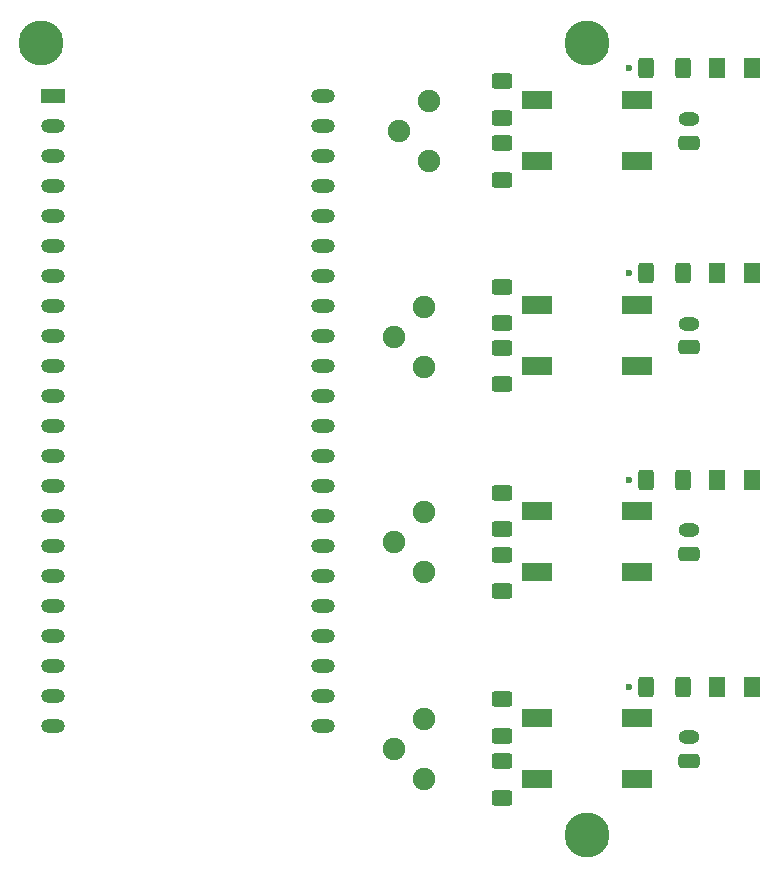
<source format=gts>
G04 #@! TF.GenerationSoftware,KiCad,Pcbnew,8.0.1*
G04 #@! TF.CreationDate,2024-04-30T12:08:52+02:00*
G04 #@! TF.ProjectId,Taiko IoBoard,5461696b-6f20-4496-9f42-6f6172642e6b,1*
G04 #@! TF.SameCoordinates,Original*
G04 #@! TF.FileFunction,Soldermask,Top*
G04 #@! TF.FilePolarity,Negative*
%FSLAX46Y46*%
G04 Gerber Fmt 4.6, Leading zero omitted, Abs format (unit mm)*
G04 Created by KiCad (PCBNEW 8.0.1) date 2024-04-30 12:08:52*
%MOMM*%
%LPD*%
G01*
G04 APERTURE LIST*
G04 Aperture macros list*
%AMRoundRect*
0 Rectangle with rounded corners*
0 $1 Rounding radius*
0 $2 $3 $4 $5 $6 $7 $8 $9 X,Y pos of 4 corners*
0 Add a 4 corners polygon primitive as box body*
4,1,4,$2,$3,$4,$5,$6,$7,$8,$9,$2,$3,0*
0 Add four circle primitives for the rounded corners*
1,1,$1+$1,$2,$3*
1,1,$1+$1,$4,$5*
1,1,$1+$1,$6,$7*
1,1,$1+$1,$8,$9*
0 Add four rect primitives between the rounded corners*
20,1,$1+$1,$2,$3,$4,$5,0*
20,1,$1+$1,$4,$5,$6,$7,0*
20,1,$1+$1,$6,$7,$8,$9,0*
20,1,$1+$1,$8,$9,$2,$3,0*%
G04 Aperture macros list end*
%ADD10RoundRect,0.250000X0.625000X-0.400000X0.625000X0.400000X-0.625000X0.400000X-0.625000X-0.400000X0*%
%ADD11R,2.500000X1.524000*%
%ADD12R,2.000000X1.200000*%
%ADD13O,2.000000X1.200000*%
%ADD14RoundRect,0.250000X-0.400000X-0.625000X0.400000X-0.625000X0.400000X0.625000X-0.400000X0.625000X0*%
%ADD15RoundRect,0.250001X0.462499X0.624999X-0.462499X0.624999X-0.462499X-0.624999X0.462499X-0.624999X0*%
%ADD16RoundRect,0.300000X0.600000X-0.300000X0.600000X0.300000X-0.600000X0.300000X-0.600000X-0.300000X0*%
%ADD17O,1.800000X1.200000*%
%ADD18C,1.900000*%
%ADD19C,3.800000*%
%ADD20C,0.600000*%
G04 APERTURE END LIST*
D10*
X110350000Y-91959637D03*
X110350000Y-88859637D03*
D11*
X121850000Y-90359637D03*
X121850000Y-85209637D03*
X113350000Y-85209637D03*
X113350000Y-90359637D03*
D12*
X72350000Y-32554351D03*
D13*
X72350000Y-35094351D03*
X72350000Y-37634351D03*
X72350000Y-40174351D03*
X72350000Y-42714351D03*
X72350000Y-45254351D03*
X72350000Y-47794351D03*
X72350000Y-50334351D03*
X72350000Y-52874351D03*
X72350000Y-55414351D03*
X72350000Y-57954351D03*
X72350000Y-60494351D03*
X72350000Y-63034351D03*
X72350000Y-65574351D03*
X72350000Y-68114351D03*
X72350000Y-70654351D03*
X72350000Y-73194351D03*
X72350000Y-75734351D03*
X72350000Y-78274351D03*
X72346320Y-80811631D03*
X72346320Y-83351631D03*
X72346320Y-85891631D03*
X95210000Y-85894351D03*
X95210000Y-83354351D03*
X95210000Y-80814351D03*
X95210000Y-78274351D03*
X95210000Y-75734351D03*
X95210000Y-73194351D03*
X95210000Y-70654351D03*
X95210000Y-68114351D03*
X95210000Y-65574351D03*
X95210000Y-63034351D03*
X95210000Y-60494351D03*
X95210000Y-57954351D03*
X95210000Y-55414351D03*
X95210000Y-52874351D03*
X95210000Y-50334351D03*
X95210000Y-47794351D03*
X95210000Y-45254351D03*
X95210000Y-42714351D03*
X95210000Y-40174351D03*
X95210000Y-37634351D03*
X95210000Y-35094351D03*
X95210000Y-32554351D03*
D14*
X122612500Y-82534637D03*
X125712500Y-82534637D03*
X122612500Y-30134637D03*
X125712500Y-30134637D03*
D10*
X110350000Y-56941851D03*
X110350000Y-53841851D03*
D15*
X131587500Y-47529351D03*
X128612500Y-47529351D03*
D16*
X126207290Y-36454803D03*
D17*
X126207290Y-34454803D03*
D18*
X103760000Y-90381262D03*
X101220000Y-87841262D03*
X103760000Y-85301262D03*
D16*
X126207290Y-71257666D03*
D17*
X126207290Y-69257666D03*
D18*
X103760000Y-55419726D03*
X101220000Y-52879726D03*
X103760000Y-50339726D03*
X104170000Y-38056262D03*
X101630000Y-35516262D03*
X104170000Y-32976262D03*
D10*
X110350000Y-51766851D03*
X110350000Y-48666851D03*
D11*
X121850000Y-72837500D03*
X121850000Y-67687500D03*
X113350000Y-67687500D03*
X113350000Y-72837500D03*
X121850000Y-38034637D03*
X121850000Y-32884637D03*
X113350000Y-32884637D03*
X113350000Y-38034637D03*
D10*
X110350000Y-86709637D03*
X110350000Y-83609637D03*
D16*
X126207290Y-88779803D03*
D17*
X126207290Y-86779803D03*
D15*
X131587500Y-82534637D03*
X128612500Y-82534637D03*
D19*
X71350000Y-28054351D03*
D16*
X126207290Y-53799517D03*
D17*
X126207290Y-51799517D03*
D10*
X110350000Y-74437500D03*
X110350000Y-71337500D03*
D15*
X131587500Y-65000000D03*
X128612500Y-65000000D03*
D10*
X110350000Y-69187500D03*
X110350000Y-66087500D03*
D15*
X131587500Y-30134637D03*
X128612500Y-30134637D03*
D19*
X117600000Y-95054351D03*
D10*
X110350000Y-34384637D03*
X110350000Y-31284637D03*
D14*
X122612500Y-65000000D03*
X125712500Y-65000000D03*
X122612500Y-47529351D03*
X125712500Y-47529351D03*
D18*
X103760000Y-72859125D03*
X101220000Y-70319125D03*
X103760000Y-67779125D03*
D11*
X121850000Y-55379351D03*
X121850000Y-50229351D03*
X113350000Y-50229351D03*
X113350000Y-55379351D03*
D19*
X117600000Y-28054351D03*
D10*
X110350000Y-39634637D03*
X110350000Y-36534637D03*
D20*
X121100000Y-30134637D03*
X121100000Y-47529351D03*
X121100000Y-65000000D03*
X121100000Y-82534637D03*
M02*

</source>
